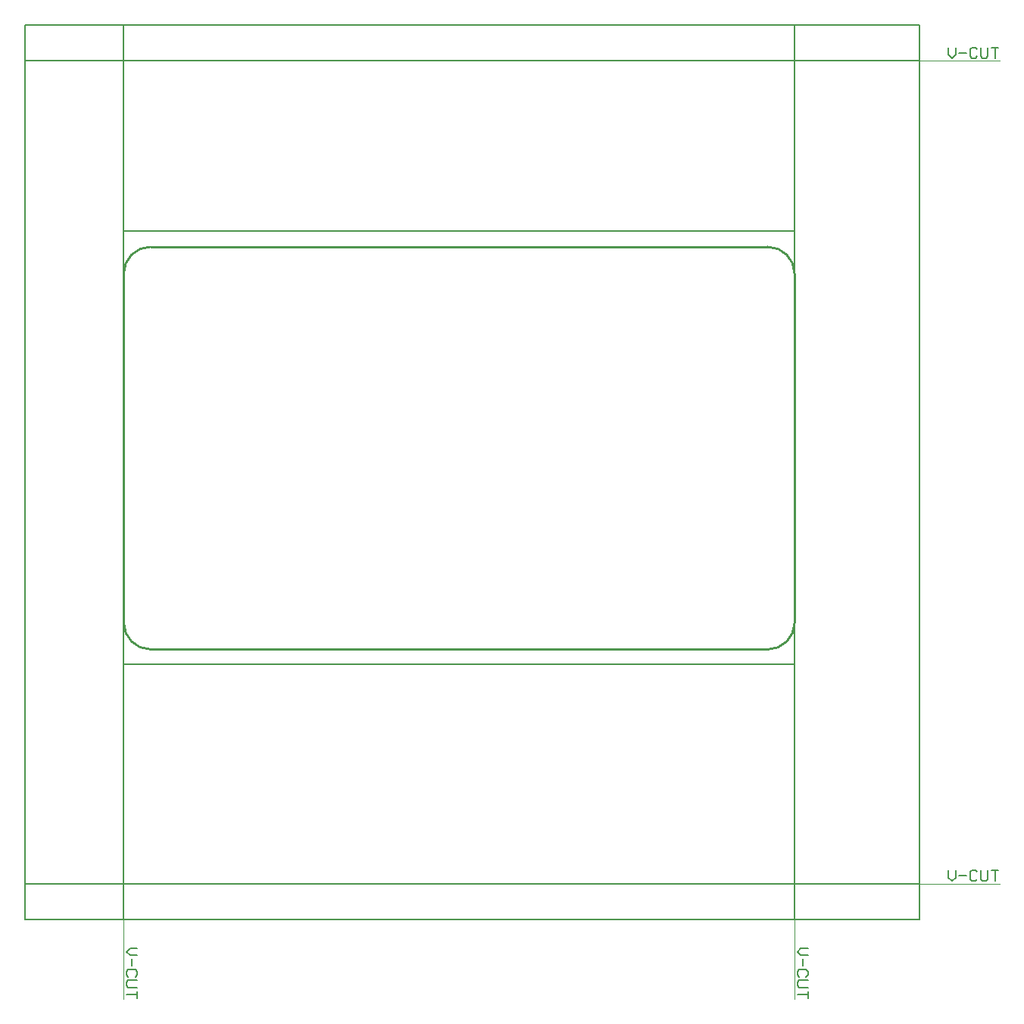
<source format=gko>
G04 Layer_Color=16711935*
%FSLAX44Y44*%
%MOMM*%
G71*
G01*
G75*
%ADD38C,0.2000*%
%ADD41C,0.2540*%
%ADD91C,0.1000*%
D38*
X0Y40000D02*
X1000000D01*
X860000Y0D02*
Y1000000D01*
X110000Y0D02*
Y1000000D01*
X1000000Y0D02*
Y1000000D01*
X0D02*
X1000000D01*
X0Y0D02*
X1000000D01*
X0D02*
Y1000000D01*
Y960000D02*
X1000000D01*
X110000Y770000D02*
X860000D01*
X110000Y285000D02*
X860000D01*
X1032000Y974996D02*
Y966999D01*
X1035999Y963000D01*
X1039997Y966999D01*
Y974996D01*
X1043996Y968998D02*
X1051994D01*
X1063990Y972997D02*
X1061990Y974996D01*
X1057992D01*
X1055992Y972997D01*
Y964999D01*
X1057992Y963000D01*
X1061990D01*
X1063990Y964999D01*
X1067988Y974996D02*
Y964999D01*
X1069988Y963000D01*
X1073986D01*
X1075986Y964999D01*
Y974996D01*
X1079985D02*
X1087982D01*
X1083983D01*
Y963000D01*
X1032000Y54996D02*
Y46999D01*
X1035999Y43000D01*
X1039997Y46999D01*
Y54996D01*
X1043996Y48998D02*
X1051994D01*
X1063990Y52997D02*
X1061990Y54996D01*
X1057992D01*
X1055992Y52997D01*
Y44999D01*
X1057992Y43000D01*
X1061990D01*
X1063990Y44999D01*
X1067988Y54996D02*
Y44999D01*
X1069988Y43000D01*
X1073986D01*
X1075986Y44999D01*
Y54996D01*
X1079985D02*
X1087982D01*
X1083983D01*
Y43000D01*
X874996Y-32000D02*
X866999D01*
X863000Y-35999D01*
X866999Y-39997D01*
X874996D01*
X868998Y-43996D02*
Y-51993D01*
X872997Y-63990D02*
X874996Y-61990D01*
Y-57992D01*
X872997Y-55992D01*
X864999D01*
X863000Y-57992D01*
Y-61990D01*
X864999Y-63990D01*
X874996Y-67988D02*
X864999D01*
X863000Y-69988D01*
Y-73986D01*
X864999Y-75986D01*
X874996D01*
Y-79984D02*
Y-87982D01*
Y-83983D01*
X863000D01*
X124996Y-32000D02*
X116999D01*
X113000Y-35999D01*
X116999Y-39997D01*
X124996D01*
X118998Y-43996D02*
Y-51993D01*
X122997Y-63990D02*
X124996Y-61990D01*
Y-57992D01*
X122997Y-55992D01*
X114999D01*
X113000Y-57992D01*
Y-61990D01*
X114999Y-63990D01*
X124996Y-67988D02*
X114999D01*
X113000Y-69988D01*
Y-73986D01*
X114999Y-75986D01*
X124996D01*
Y-79984D02*
Y-87982D01*
Y-83983D01*
X113000D01*
D41*
X830000Y302000D02*
G03*
X860000Y332000I0J30000D01*
G01*
Y722000D02*
G03*
X830000Y752000I-30000J0D01*
G01*
X140000D02*
G03*
X110000Y722000I0J-30000D01*
G01*
Y332000D02*
G03*
X140000Y302000I30000J0D01*
G01*
X830000D01*
X110000Y332000D02*
Y722000D01*
X860000Y332000D02*
Y722000D01*
X140000Y752000D02*
X830000D01*
D91*
X1000000Y960000D02*
X1089000D01*
X1000000Y40000D02*
X1089000D01*
X860000Y-89000D02*
Y0D01*
X110000Y-89000D02*
Y0D01*
M02*

</source>
